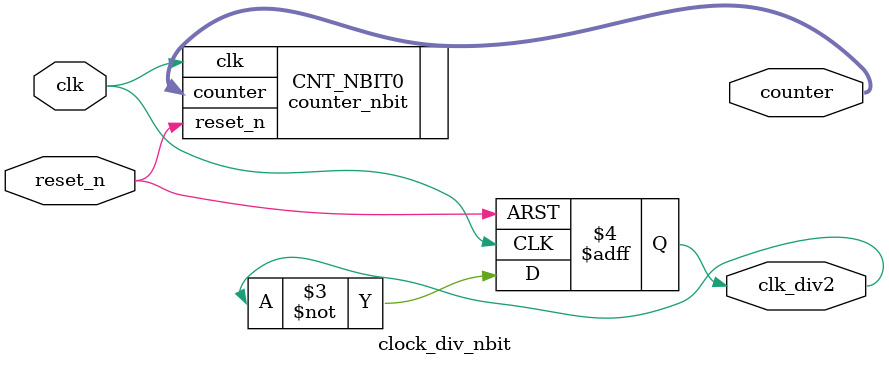
<source format=v>

module clock_div_nbit 
    // Parameters section
    #( parameter CNT_WIDTH = 4)
    // Ports section
    (input clk,
    input reset_n,
	output reg clk_div2,
    output [CNT_WIDTH-1:0] counter // only a net
	); 
  
    // Make a separate divider by two
    always @(posedge clk or negedge reset_n) begin
        if (!reset_n)
		    clk_div2 <= 0;
		else
		    clk_div2 <= ~clk_div2; // feedback loop
    end 
	
	// Instantiate a parameterizable module 
	// with a new parameter value
    counter_nbit 
        #(.CNT_WIDTH(CNT_WIDTH))
		    CNT_NBIT0
        (.clk    (clk    ),
         .reset_n(reset_n),
         .counter(counter)
		);
  
endmodule

</source>
